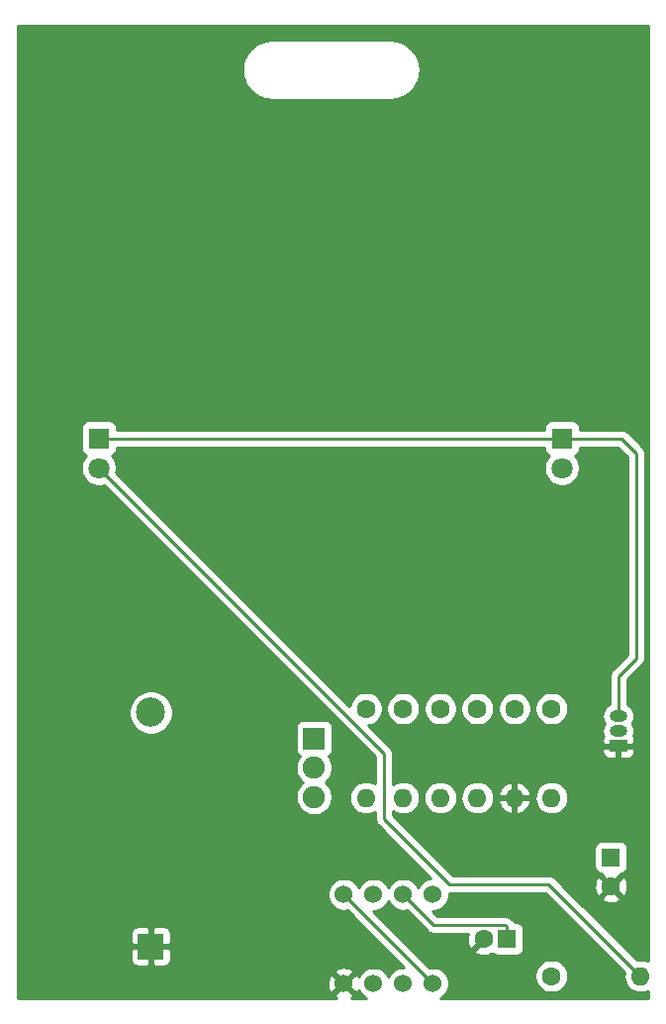
<source format=gbl>
G04 #@! TF.GenerationSoftware,KiCad,Pcbnew,(5.1.4-0-10_14)*
G04 #@! TF.CreationDate,2019-09-05T15:19:51-04:00*
G04 #@! TF.ProjectId,555_Badge,3535355f-4261-4646-9765-2e6b69636164,v01*
G04 #@! TF.SameCoordinates,Original*
G04 #@! TF.FileFunction,Copper,L2,Bot*
G04 #@! TF.FilePolarity,Positive*
%FSLAX46Y46*%
G04 Gerber Fmt 4.6, Leading zero omitted, Abs format (unit mm)*
G04 Created by KiCad (PCBNEW (5.1.4-0-10_14)) date 2019-09-05 15:19:51*
%MOMM*%
%LPD*%
G04 APERTURE LIST*
%ADD10R,2.170000X2.170000*%
%ADD11C,2.500000*%
%ADD12R,1.600000X1.600000*%
%ADD13C,1.600000*%
%ADD14R,1.800000X1.800000*%
%ADD15C,1.800000*%
%ADD16O,1.500000X1.000000*%
%ADD17R,1.500000X1.000000*%
%ADD18O,1.600000X1.600000*%
%ADD19R,1.900000X1.900000*%
%ADD20C,1.900000*%
%ADD21C,1.524000*%
%ADD22C,0.254000*%
G04 APERTURE END LIST*
D10*
X113665000Y-125730000D03*
D11*
X113665000Y-105730000D03*
D12*
X144145000Y-125095000D03*
D13*
X142145000Y-125095000D03*
D12*
X153035000Y-118110000D03*
D13*
X153035000Y-120610000D03*
D14*
X148844000Y-82296000D03*
D15*
X148844000Y-84836000D03*
X109220000Y-84836000D03*
D14*
X109220000Y-82296000D03*
D16*
X153670000Y-107315000D03*
X153670000Y-106045000D03*
D17*
X153670000Y-108585000D03*
D13*
X132080000Y-105410000D03*
D18*
X132080000Y-113030000D03*
X138430000Y-113030000D03*
D13*
X138430000Y-105410000D03*
X141605000Y-105410000D03*
D18*
X141605000Y-113030000D03*
X144780000Y-113030000D03*
D13*
X144780000Y-105410000D03*
X147955000Y-105410000D03*
D18*
X147955000Y-113030000D03*
D13*
X135255000Y-105410000D03*
D18*
X135255000Y-113030000D03*
X155575000Y-128270000D03*
D13*
X147955000Y-128270000D03*
D19*
X127635000Y-107950000D03*
D20*
X127635000Y-110450000D03*
X127635000Y-112950000D03*
D21*
X132715000Y-128905000D03*
X130175000Y-128905000D03*
X135255000Y-128905000D03*
X137795000Y-128905000D03*
X137795000Y-121285000D03*
X135255000Y-121285000D03*
X132715000Y-121285000D03*
X130175000Y-121285000D03*
D22*
X144145000Y-124041000D02*
X144145000Y-125095000D01*
X144017999Y-123913999D02*
X144145000Y-124041000D01*
X137883999Y-123913999D02*
X144017999Y-123913999D01*
X135255000Y-121285000D02*
X137883999Y-123913999D01*
X153420000Y-106045000D02*
X153670000Y-106045000D01*
X155194000Y-101092000D02*
X153670000Y-102616000D01*
X155194000Y-83566000D02*
X155194000Y-101092000D01*
X153924000Y-82296000D02*
X155194000Y-83566000D01*
X153670000Y-102616000D02*
X153670000Y-106045000D01*
X151384000Y-82296000D02*
X148844000Y-82296000D01*
X151130000Y-82296000D02*
X151384000Y-82296000D01*
X151384000Y-82296000D02*
X153924000Y-82296000D01*
X147690000Y-82296000D02*
X109220000Y-82296000D01*
X148844000Y-82296000D02*
X147690000Y-82296000D01*
X139192000Y-120396000D02*
X147701000Y-120396000D01*
X133604000Y-114808000D02*
X139192000Y-120396000D01*
X147701000Y-120396000D02*
X155575000Y-128270000D01*
X133604000Y-109220000D02*
X133604000Y-114808000D01*
X109220000Y-84836000D02*
X133604000Y-109220000D01*
X137795000Y-128905000D02*
X130175000Y-121285000D01*
G36*
X154173634Y-127946264D02*
G01*
X154160764Y-127988691D01*
X154133057Y-128270000D01*
X154160764Y-128551309D01*
X154242818Y-128821808D01*
X154376068Y-129071101D01*
X154555392Y-129289608D01*
X154773899Y-129468932D01*
X155023192Y-129602182D01*
X155293691Y-129684236D01*
X155504508Y-129705000D01*
X155645492Y-129705000D01*
X155856309Y-129684236D01*
X156126808Y-129602182D01*
X156197300Y-129564503D01*
X156197300Y-130162300D01*
X138410145Y-130162300D01*
X138456727Y-130143005D01*
X138685535Y-129990120D01*
X138880120Y-129795535D01*
X139033005Y-129566727D01*
X139138314Y-129312490D01*
X139192000Y-129042592D01*
X139192000Y-128767408D01*
X139138314Y-128497510D01*
X139033005Y-128243273D01*
X138956427Y-128128665D01*
X146520000Y-128128665D01*
X146520000Y-128411335D01*
X146575147Y-128688574D01*
X146683320Y-128949727D01*
X146840363Y-129184759D01*
X147040241Y-129384637D01*
X147275273Y-129541680D01*
X147536426Y-129649853D01*
X147813665Y-129705000D01*
X148096335Y-129705000D01*
X148373574Y-129649853D01*
X148634727Y-129541680D01*
X148869759Y-129384637D01*
X149069637Y-129184759D01*
X149226680Y-128949727D01*
X149334853Y-128688574D01*
X149390000Y-128411335D01*
X149390000Y-128128665D01*
X149334853Y-127851426D01*
X149226680Y-127590273D01*
X149069637Y-127355241D01*
X148869759Y-127155363D01*
X148634727Y-126998320D01*
X148373574Y-126890147D01*
X148096335Y-126835000D01*
X147813665Y-126835000D01*
X147536426Y-126890147D01*
X147275273Y-126998320D01*
X147040241Y-127155363D01*
X146840363Y-127355241D01*
X146683320Y-127590273D01*
X146575147Y-127851426D01*
X146520000Y-128128665D01*
X138956427Y-128128665D01*
X138880120Y-128014465D01*
X138685535Y-127819880D01*
X138456727Y-127666995D01*
X138202490Y-127561686D01*
X137932592Y-127508000D01*
X137657408Y-127508000D01*
X137505790Y-127538159D01*
X132649630Y-122682000D01*
X132852592Y-122682000D01*
X133122490Y-122628314D01*
X133376727Y-122523005D01*
X133605535Y-122370120D01*
X133800120Y-122175535D01*
X133953005Y-121946727D01*
X133985000Y-121869485D01*
X134016995Y-121946727D01*
X134169880Y-122175535D01*
X134364465Y-122370120D01*
X134593273Y-122523005D01*
X134847510Y-122628314D01*
X135117408Y-122682000D01*
X135392592Y-122682000D01*
X135544211Y-122651841D01*
X137318719Y-124426350D01*
X137342577Y-124455421D01*
X137458607Y-124550644D01*
X137590984Y-124621401D01*
X137734621Y-124664973D01*
X137846573Y-124675999D01*
X137846575Y-124675999D01*
X137883998Y-124679685D01*
X137921421Y-124675999D01*
X140770634Y-124675999D01*
X140718700Y-124883184D01*
X140704783Y-125165512D01*
X140746213Y-125445130D01*
X140841397Y-125711292D01*
X140908329Y-125836514D01*
X141152298Y-125908097D01*
X141965395Y-125095000D01*
X141951253Y-125080858D01*
X142130858Y-124901253D01*
X142145000Y-124915395D01*
X142159143Y-124901253D01*
X142338748Y-125080858D01*
X142324605Y-125095000D01*
X142338748Y-125109143D01*
X142159143Y-125288748D01*
X142145000Y-125274605D01*
X141331903Y-126087702D01*
X141403486Y-126331671D01*
X141658996Y-126452571D01*
X141933184Y-126521300D01*
X142215512Y-126535217D01*
X142495130Y-126493787D01*
X142761292Y-126398603D01*
X142883309Y-126333384D01*
X142893815Y-126346185D01*
X142990506Y-126425537D01*
X143100820Y-126484502D01*
X143220518Y-126520812D01*
X143345000Y-126533072D01*
X144945000Y-126533072D01*
X145069482Y-126520812D01*
X145189180Y-126484502D01*
X145299494Y-126425537D01*
X145396185Y-126346185D01*
X145475537Y-126249494D01*
X145534502Y-126139180D01*
X145570812Y-126019482D01*
X145583072Y-125895000D01*
X145583072Y-124295000D01*
X145570812Y-124170518D01*
X145534502Y-124050820D01*
X145475537Y-123940506D01*
X145396185Y-123843815D01*
X145299494Y-123764463D01*
X145189180Y-123705498D01*
X145069482Y-123669188D01*
X144945000Y-123656928D01*
X144803731Y-123656928D01*
X144781645Y-123615608D01*
X144686422Y-123499578D01*
X144657343Y-123475714D01*
X144583284Y-123401654D01*
X144559421Y-123372577D01*
X144443391Y-123277354D01*
X144311014Y-123206597D01*
X144167377Y-123163025D01*
X144055425Y-123151999D01*
X144055422Y-123151999D01*
X144017999Y-123148313D01*
X143980576Y-123151999D01*
X138199630Y-123151999D01*
X137729631Y-122682000D01*
X137932592Y-122682000D01*
X138202490Y-122628314D01*
X138456727Y-122523005D01*
X138685535Y-122370120D01*
X138880120Y-122175535D01*
X139033005Y-121946727D01*
X139138314Y-121692490D01*
X139192000Y-121422592D01*
X139192000Y-121161686D01*
X139229422Y-121158000D01*
X147385370Y-121158000D01*
X154173634Y-127946264D01*
X154173634Y-127946264D01*
G37*
X154173634Y-127946264D02*
X154160764Y-127988691D01*
X154133057Y-128270000D01*
X154160764Y-128551309D01*
X154242818Y-128821808D01*
X154376068Y-129071101D01*
X154555392Y-129289608D01*
X154773899Y-129468932D01*
X155023192Y-129602182D01*
X155293691Y-129684236D01*
X155504508Y-129705000D01*
X155645492Y-129705000D01*
X155856309Y-129684236D01*
X156126808Y-129602182D01*
X156197300Y-129564503D01*
X156197300Y-130162300D01*
X138410145Y-130162300D01*
X138456727Y-130143005D01*
X138685535Y-129990120D01*
X138880120Y-129795535D01*
X139033005Y-129566727D01*
X139138314Y-129312490D01*
X139192000Y-129042592D01*
X139192000Y-128767408D01*
X139138314Y-128497510D01*
X139033005Y-128243273D01*
X138956427Y-128128665D01*
X146520000Y-128128665D01*
X146520000Y-128411335D01*
X146575147Y-128688574D01*
X146683320Y-128949727D01*
X146840363Y-129184759D01*
X147040241Y-129384637D01*
X147275273Y-129541680D01*
X147536426Y-129649853D01*
X147813665Y-129705000D01*
X148096335Y-129705000D01*
X148373574Y-129649853D01*
X148634727Y-129541680D01*
X148869759Y-129384637D01*
X149069637Y-129184759D01*
X149226680Y-128949727D01*
X149334853Y-128688574D01*
X149390000Y-128411335D01*
X149390000Y-128128665D01*
X149334853Y-127851426D01*
X149226680Y-127590273D01*
X149069637Y-127355241D01*
X148869759Y-127155363D01*
X148634727Y-126998320D01*
X148373574Y-126890147D01*
X148096335Y-126835000D01*
X147813665Y-126835000D01*
X147536426Y-126890147D01*
X147275273Y-126998320D01*
X147040241Y-127155363D01*
X146840363Y-127355241D01*
X146683320Y-127590273D01*
X146575147Y-127851426D01*
X146520000Y-128128665D01*
X138956427Y-128128665D01*
X138880120Y-128014465D01*
X138685535Y-127819880D01*
X138456727Y-127666995D01*
X138202490Y-127561686D01*
X137932592Y-127508000D01*
X137657408Y-127508000D01*
X137505790Y-127538159D01*
X132649630Y-122682000D01*
X132852592Y-122682000D01*
X133122490Y-122628314D01*
X133376727Y-122523005D01*
X133605535Y-122370120D01*
X133800120Y-122175535D01*
X133953005Y-121946727D01*
X133985000Y-121869485D01*
X134016995Y-121946727D01*
X134169880Y-122175535D01*
X134364465Y-122370120D01*
X134593273Y-122523005D01*
X134847510Y-122628314D01*
X135117408Y-122682000D01*
X135392592Y-122682000D01*
X135544211Y-122651841D01*
X137318719Y-124426350D01*
X137342577Y-124455421D01*
X137458607Y-124550644D01*
X137590984Y-124621401D01*
X137734621Y-124664973D01*
X137846573Y-124675999D01*
X137846575Y-124675999D01*
X137883998Y-124679685D01*
X137921421Y-124675999D01*
X140770634Y-124675999D01*
X140718700Y-124883184D01*
X140704783Y-125165512D01*
X140746213Y-125445130D01*
X140841397Y-125711292D01*
X140908329Y-125836514D01*
X141152298Y-125908097D01*
X141965395Y-125095000D01*
X141951253Y-125080858D01*
X142130858Y-124901253D01*
X142145000Y-124915395D01*
X142159143Y-124901253D01*
X142338748Y-125080858D01*
X142324605Y-125095000D01*
X142338748Y-125109143D01*
X142159143Y-125288748D01*
X142145000Y-125274605D01*
X141331903Y-126087702D01*
X141403486Y-126331671D01*
X141658996Y-126452571D01*
X141933184Y-126521300D01*
X142215512Y-126535217D01*
X142495130Y-126493787D01*
X142761292Y-126398603D01*
X142883309Y-126333384D01*
X142893815Y-126346185D01*
X142990506Y-126425537D01*
X143100820Y-126484502D01*
X143220518Y-126520812D01*
X143345000Y-126533072D01*
X144945000Y-126533072D01*
X145069482Y-126520812D01*
X145189180Y-126484502D01*
X145299494Y-126425537D01*
X145396185Y-126346185D01*
X145475537Y-126249494D01*
X145534502Y-126139180D01*
X145570812Y-126019482D01*
X145583072Y-125895000D01*
X145583072Y-124295000D01*
X145570812Y-124170518D01*
X145534502Y-124050820D01*
X145475537Y-123940506D01*
X145396185Y-123843815D01*
X145299494Y-123764463D01*
X145189180Y-123705498D01*
X145069482Y-123669188D01*
X144945000Y-123656928D01*
X144803731Y-123656928D01*
X144781645Y-123615608D01*
X144686422Y-123499578D01*
X144657343Y-123475714D01*
X144583284Y-123401654D01*
X144559421Y-123372577D01*
X144443391Y-123277354D01*
X144311014Y-123206597D01*
X144167377Y-123163025D01*
X144055425Y-123151999D01*
X144055422Y-123151999D01*
X144017999Y-123148313D01*
X143980576Y-123151999D01*
X138199630Y-123151999D01*
X137729631Y-122682000D01*
X137932592Y-122682000D01*
X138202490Y-122628314D01*
X138456727Y-122523005D01*
X138685535Y-122370120D01*
X138880120Y-122175535D01*
X139033005Y-121946727D01*
X139138314Y-121692490D01*
X139192000Y-121422592D01*
X139192000Y-121161686D01*
X139229422Y-121158000D01*
X147385370Y-121158000D01*
X154173634Y-127946264D01*
G36*
X156197300Y-126975497D02*
G01*
X156126808Y-126937818D01*
X155856309Y-126855764D01*
X155645492Y-126835000D01*
X155504508Y-126835000D01*
X155293691Y-126855764D01*
X155251264Y-126868634D01*
X149985332Y-121602702D01*
X152221903Y-121602702D01*
X152293486Y-121846671D01*
X152548996Y-121967571D01*
X152823184Y-122036300D01*
X153105512Y-122050217D01*
X153385130Y-122008787D01*
X153651292Y-121913603D01*
X153776514Y-121846671D01*
X153848097Y-121602702D01*
X153035000Y-120789605D01*
X152221903Y-121602702D01*
X149985332Y-121602702D01*
X149063142Y-120680512D01*
X151594783Y-120680512D01*
X151636213Y-120960130D01*
X151731397Y-121226292D01*
X151798329Y-121351514D01*
X152042298Y-121423097D01*
X152855395Y-120610000D01*
X153214605Y-120610000D01*
X154027702Y-121423097D01*
X154271671Y-121351514D01*
X154392571Y-121096004D01*
X154461300Y-120821816D01*
X154475217Y-120539488D01*
X154433787Y-120259870D01*
X154338603Y-119993708D01*
X154271671Y-119868486D01*
X154027702Y-119796903D01*
X153214605Y-120610000D01*
X152855395Y-120610000D01*
X152042298Y-119796903D01*
X151798329Y-119868486D01*
X151677429Y-120123996D01*
X151608700Y-120398184D01*
X151594783Y-120680512D01*
X149063142Y-120680512D01*
X148266284Y-119883654D01*
X148242422Y-119854578D01*
X148126392Y-119759355D01*
X147994015Y-119688598D01*
X147850378Y-119645026D01*
X147738426Y-119634000D01*
X147738423Y-119634000D01*
X147701000Y-119630314D01*
X147663577Y-119634000D01*
X139507631Y-119634000D01*
X137183631Y-117310000D01*
X151596928Y-117310000D01*
X151596928Y-118910000D01*
X151609188Y-119034482D01*
X151645498Y-119154180D01*
X151704463Y-119264494D01*
X151783815Y-119361185D01*
X151880506Y-119440537D01*
X151990820Y-119499502D01*
X152110518Y-119535812D01*
X152235000Y-119548072D01*
X152242215Y-119548072D01*
X152221903Y-119617298D01*
X153035000Y-120430395D01*
X153848097Y-119617298D01*
X153827785Y-119548072D01*
X153835000Y-119548072D01*
X153959482Y-119535812D01*
X154079180Y-119499502D01*
X154189494Y-119440537D01*
X154286185Y-119361185D01*
X154365537Y-119264494D01*
X154424502Y-119154180D01*
X154460812Y-119034482D01*
X154473072Y-118910000D01*
X154473072Y-117310000D01*
X154460812Y-117185518D01*
X154424502Y-117065820D01*
X154365537Y-116955506D01*
X154286185Y-116858815D01*
X154189494Y-116779463D01*
X154079180Y-116720498D01*
X153959482Y-116684188D01*
X153835000Y-116671928D01*
X152235000Y-116671928D01*
X152110518Y-116684188D01*
X151990820Y-116720498D01*
X151880506Y-116779463D01*
X151783815Y-116858815D01*
X151704463Y-116955506D01*
X151645498Y-117065820D01*
X151609188Y-117185518D01*
X151596928Y-117310000D01*
X137183631Y-117310000D01*
X134366000Y-114492370D01*
X134366000Y-114156795D01*
X134453899Y-114228932D01*
X134703192Y-114362182D01*
X134973691Y-114444236D01*
X135184508Y-114465000D01*
X135325492Y-114465000D01*
X135536309Y-114444236D01*
X135806808Y-114362182D01*
X136056101Y-114228932D01*
X136274608Y-114049608D01*
X136453932Y-113831101D01*
X136587182Y-113581808D01*
X136669236Y-113311309D01*
X136696943Y-113030000D01*
X136988057Y-113030000D01*
X137015764Y-113311309D01*
X137097818Y-113581808D01*
X137231068Y-113831101D01*
X137410392Y-114049608D01*
X137628899Y-114228932D01*
X137878192Y-114362182D01*
X138148691Y-114444236D01*
X138359508Y-114465000D01*
X138500492Y-114465000D01*
X138711309Y-114444236D01*
X138981808Y-114362182D01*
X139231101Y-114228932D01*
X139449608Y-114049608D01*
X139628932Y-113831101D01*
X139762182Y-113581808D01*
X139844236Y-113311309D01*
X139871943Y-113030000D01*
X140163057Y-113030000D01*
X140190764Y-113311309D01*
X140272818Y-113581808D01*
X140406068Y-113831101D01*
X140585392Y-114049608D01*
X140803899Y-114228932D01*
X141053192Y-114362182D01*
X141323691Y-114444236D01*
X141534508Y-114465000D01*
X141675492Y-114465000D01*
X141886309Y-114444236D01*
X142156808Y-114362182D01*
X142406101Y-114228932D01*
X142624608Y-114049608D01*
X142803932Y-113831101D01*
X142937182Y-113581808D01*
X142998690Y-113379040D01*
X143388091Y-113379040D01*
X143482930Y-113643881D01*
X143627615Y-113885131D01*
X143816586Y-114093519D01*
X144042580Y-114261037D01*
X144296913Y-114381246D01*
X144430961Y-114421904D01*
X144653000Y-114299915D01*
X144653000Y-113157000D01*
X144907000Y-113157000D01*
X144907000Y-114299915D01*
X145129039Y-114421904D01*
X145263087Y-114381246D01*
X145517420Y-114261037D01*
X145743414Y-114093519D01*
X145932385Y-113885131D01*
X146077070Y-113643881D01*
X146171909Y-113379040D01*
X146050624Y-113157000D01*
X144907000Y-113157000D01*
X144653000Y-113157000D01*
X143509376Y-113157000D01*
X143388091Y-113379040D01*
X142998690Y-113379040D01*
X143019236Y-113311309D01*
X143046943Y-113030000D01*
X146513057Y-113030000D01*
X146540764Y-113311309D01*
X146622818Y-113581808D01*
X146756068Y-113831101D01*
X146935392Y-114049608D01*
X147153899Y-114228932D01*
X147403192Y-114362182D01*
X147673691Y-114444236D01*
X147884508Y-114465000D01*
X148025492Y-114465000D01*
X148236309Y-114444236D01*
X148506808Y-114362182D01*
X148756101Y-114228932D01*
X148974608Y-114049608D01*
X149153932Y-113831101D01*
X149287182Y-113581808D01*
X149369236Y-113311309D01*
X149396943Y-113030000D01*
X149369236Y-112748691D01*
X149287182Y-112478192D01*
X149153932Y-112228899D01*
X148974608Y-112010392D01*
X148756101Y-111831068D01*
X148506808Y-111697818D01*
X148236309Y-111615764D01*
X148025492Y-111595000D01*
X147884508Y-111595000D01*
X147673691Y-111615764D01*
X147403192Y-111697818D01*
X147153899Y-111831068D01*
X146935392Y-112010392D01*
X146756068Y-112228899D01*
X146622818Y-112478192D01*
X146540764Y-112748691D01*
X146513057Y-113030000D01*
X143046943Y-113030000D01*
X143019236Y-112748691D01*
X142998691Y-112680960D01*
X143388091Y-112680960D01*
X143509376Y-112903000D01*
X144653000Y-112903000D01*
X144653000Y-111760085D01*
X144907000Y-111760085D01*
X144907000Y-112903000D01*
X146050624Y-112903000D01*
X146171909Y-112680960D01*
X146077070Y-112416119D01*
X145932385Y-112174869D01*
X145743414Y-111966481D01*
X145517420Y-111798963D01*
X145263087Y-111678754D01*
X145129039Y-111638096D01*
X144907000Y-111760085D01*
X144653000Y-111760085D01*
X144430961Y-111638096D01*
X144296913Y-111678754D01*
X144042580Y-111798963D01*
X143816586Y-111966481D01*
X143627615Y-112174869D01*
X143482930Y-112416119D01*
X143388091Y-112680960D01*
X142998691Y-112680960D01*
X142937182Y-112478192D01*
X142803932Y-112228899D01*
X142624608Y-112010392D01*
X142406101Y-111831068D01*
X142156808Y-111697818D01*
X141886309Y-111615764D01*
X141675492Y-111595000D01*
X141534508Y-111595000D01*
X141323691Y-111615764D01*
X141053192Y-111697818D01*
X140803899Y-111831068D01*
X140585392Y-112010392D01*
X140406068Y-112228899D01*
X140272818Y-112478192D01*
X140190764Y-112748691D01*
X140163057Y-113030000D01*
X139871943Y-113030000D01*
X139844236Y-112748691D01*
X139762182Y-112478192D01*
X139628932Y-112228899D01*
X139449608Y-112010392D01*
X139231101Y-111831068D01*
X138981808Y-111697818D01*
X138711309Y-111615764D01*
X138500492Y-111595000D01*
X138359508Y-111595000D01*
X138148691Y-111615764D01*
X137878192Y-111697818D01*
X137628899Y-111831068D01*
X137410392Y-112010392D01*
X137231068Y-112228899D01*
X137097818Y-112478192D01*
X137015764Y-112748691D01*
X136988057Y-113030000D01*
X136696943Y-113030000D01*
X136669236Y-112748691D01*
X136587182Y-112478192D01*
X136453932Y-112228899D01*
X136274608Y-112010392D01*
X136056101Y-111831068D01*
X135806808Y-111697818D01*
X135536309Y-111615764D01*
X135325492Y-111595000D01*
X135184508Y-111595000D01*
X134973691Y-111615764D01*
X134703192Y-111697818D01*
X134453899Y-111831068D01*
X134366000Y-111903205D01*
X134366000Y-109257423D01*
X134369686Y-109220000D01*
X134366000Y-109182574D01*
X134356391Y-109085000D01*
X152281928Y-109085000D01*
X152294188Y-109209482D01*
X152330498Y-109329180D01*
X152389463Y-109439494D01*
X152468815Y-109536185D01*
X152565506Y-109615537D01*
X152675820Y-109674502D01*
X152795518Y-109710812D01*
X152920000Y-109723072D01*
X153384250Y-109720000D01*
X153543000Y-109561250D01*
X153543000Y-108712000D01*
X153797000Y-108712000D01*
X153797000Y-109561250D01*
X153955750Y-109720000D01*
X154420000Y-109723072D01*
X154544482Y-109710812D01*
X154664180Y-109674502D01*
X154774494Y-109615537D01*
X154871185Y-109536185D01*
X154950537Y-109439494D01*
X155009502Y-109329180D01*
X155045812Y-109209482D01*
X155058072Y-109085000D01*
X155055000Y-108870750D01*
X154896250Y-108712000D01*
X153797000Y-108712000D01*
X153543000Y-108712000D01*
X152443750Y-108712000D01*
X152285000Y-108870750D01*
X152281928Y-109085000D01*
X134356391Y-109085000D01*
X134354974Y-109070622D01*
X134311402Y-108926985D01*
X134240646Y-108794609D01*
X134240645Y-108794607D01*
X134205857Y-108752219D01*
X134145422Y-108678578D01*
X134116347Y-108654717D01*
X132292478Y-106830848D01*
X132498574Y-106789853D01*
X132759727Y-106681680D01*
X132994759Y-106524637D01*
X133194637Y-106324759D01*
X133351680Y-106089727D01*
X133459853Y-105828574D01*
X133515000Y-105551335D01*
X133515000Y-105268665D01*
X133820000Y-105268665D01*
X133820000Y-105551335D01*
X133875147Y-105828574D01*
X133983320Y-106089727D01*
X134140363Y-106324759D01*
X134340241Y-106524637D01*
X134575273Y-106681680D01*
X134836426Y-106789853D01*
X135113665Y-106845000D01*
X135396335Y-106845000D01*
X135673574Y-106789853D01*
X135934727Y-106681680D01*
X136169759Y-106524637D01*
X136369637Y-106324759D01*
X136526680Y-106089727D01*
X136634853Y-105828574D01*
X136690000Y-105551335D01*
X136690000Y-105268665D01*
X136995000Y-105268665D01*
X136995000Y-105551335D01*
X137050147Y-105828574D01*
X137158320Y-106089727D01*
X137315363Y-106324759D01*
X137515241Y-106524637D01*
X137750273Y-106681680D01*
X138011426Y-106789853D01*
X138288665Y-106845000D01*
X138571335Y-106845000D01*
X138848574Y-106789853D01*
X139109727Y-106681680D01*
X139344759Y-106524637D01*
X139544637Y-106324759D01*
X139701680Y-106089727D01*
X139809853Y-105828574D01*
X139865000Y-105551335D01*
X139865000Y-105268665D01*
X140170000Y-105268665D01*
X140170000Y-105551335D01*
X140225147Y-105828574D01*
X140333320Y-106089727D01*
X140490363Y-106324759D01*
X140690241Y-106524637D01*
X140925273Y-106681680D01*
X141186426Y-106789853D01*
X141463665Y-106845000D01*
X141746335Y-106845000D01*
X142023574Y-106789853D01*
X142284727Y-106681680D01*
X142519759Y-106524637D01*
X142719637Y-106324759D01*
X142876680Y-106089727D01*
X142984853Y-105828574D01*
X143040000Y-105551335D01*
X143040000Y-105268665D01*
X143345000Y-105268665D01*
X143345000Y-105551335D01*
X143400147Y-105828574D01*
X143508320Y-106089727D01*
X143665363Y-106324759D01*
X143865241Y-106524637D01*
X144100273Y-106681680D01*
X144361426Y-106789853D01*
X144638665Y-106845000D01*
X144921335Y-106845000D01*
X145198574Y-106789853D01*
X145459727Y-106681680D01*
X145694759Y-106524637D01*
X145894637Y-106324759D01*
X146051680Y-106089727D01*
X146159853Y-105828574D01*
X146215000Y-105551335D01*
X146215000Y-105268665D01*
X146520000Y-105268665D01*
X146520000Y-105551335D01*
X146575147Y-105828574D01*
X146683320Y-106089727D01*
X146840363Y-106324759D01*
X147040241Y-106524637D01*
X147275273Y-106681680D01*
X147536426Y-106789853D01*
X147813665Y-106845000D01*
X148096335Y-106845000D01*
X148373574Y-106789853D01*
X148634727Y-106681680D01*
X148869759Y-106524637D01*
X149069637Y-106324759D01*
X149226680Y-106089727D01*
X149334853Y-105828574D01*
X149390000Y-105551335D01*
X149390000Y-105268665D01*
X149334853Y-104991426D01*
X149226680Y-104730273D01*
X149069637Y-104495241D01*
X148869759Y-104295363D01*
X148634727Y-104138320D01*
X148373574Y-104030147D01*
X148096335Y-103975000D01*
X147813665Y-103975000D01*
X147536426Y-104030147D01*
X147275273Y-104138320D01*
X147040241Y-104295363D01*
X146840363Y-104495241D01*
X146683320Y-104730273D01*
X146575147Y-104991426D01*
X146520000Y-105268665D01*
X146215000Y-105268665D01*
X146159853Y-104991426D01*
X146051680Y-104730273D01*
X145894637Y-104495241D01*
X145694759Y-104295363D01*
X145459727Y-104138320D01*
X145198574Y-104030147D01*
X144921335Y-103975000D01*
X144638665Y-103975000D01*
X144361426Y-104030147D01*
X144100273Y-104138320D01*
X143865241Y-104295363D01*
X143665363Y-104495241D01*
X143508320Y-104730273D01*
X143400147Y-104991426D01*
X143345000Y-105268665D01*
X143040000Y-105268665D01*
X142984853Y-104991426D01*
X142876680Y-104730273D01*
X142719637Y-104495241D01*
X142519759Y-104295363D01*
X142284727Y-104138320D01*
X142023574Y-104030147D01*
X141746335Y-103975000D01*
X141463665Y-103975000D01*
X141186426Y-104030147D01*
X140925273Y-104138320D01*
X140690241Y-104295363D01*
X140490363Y-104495241D01*
X140333320Y-104730273D01*
X140225147Y-104991426D01*
X140170000Y-105268665D01*
X139865000Y-105268665D01*
X139809853Y-104991426D01*
X139701680Y-104730273D01*
X139544637Y-104495241D01*
X139344759Y-104295363D01*
X139109727Y-104138320D01*
X138848574Y-104030147D01*
X138571335Y-103975000D01*
X138288665Y-103975000D01*
X138011426Y-104030147D01*
X137750273Y-104138320D01*
X137515241Y-104295363D01*
X137315363Y-104495241D01*
X137158320Y-104730273D01*
X137050147Y-104991426D01*
X136995000Y-105268665D01*
X136690000Y-105268665D01*
X136634853Y-104991426D01*
X136526680Y-104730273D01*
X136369637Y-104495241D01*
X136169759Y-104295363D01*
X135934727Y-104138320D01*
X135673574Y-104030147D01*
X135396335Y-103975000D01*
X135113665Y-103975000D01*
X134836426Y-104030147D01*
X134575273Y-104138320D01*
X134340241Y-104295363D01*
X134140363Y-104495241D01*
X133983320Y-104730273D01*
X133875147Y-104991426D01*
X133820000Y-105268665D01*
X133515000Y-105268665D01*
X133459853Y-104991426D01*
X133351680Y-104730273D01*
X133194637Y-104495241D01*
X132994759Y-104295363D01*
X132759727Y-104138320D01*
X132498574Y-104030147D01*
X132221335Y-103975000D01*
X131938665Y-103975000D01*
X131661426Y-104030147D01*
X131400273Y-104138320D01*
X131165241Y-104295363D01*
X130965363Y-104495241D01*
X130808320Y-104730273D01*
X130700147Y-104991426D01*
X130659152Y-105197522D01*
X110704201Y-85242571D01*
X110755000Y-84987184D01*
X110755000Y-84684816D01*
X110696011Y-84388257D01*
X110580299Y-84108905D01*
X110412312Y-83857495D01*
X110345873Y-83791056D01*
X110364180Y-83785502D01*
X110474494Y-83726537D01*
X110571185Y-83647185D01*
X110650537Y-83550494D01*
X110709502Y-83440180D01*
X110745812Y-83320482D01*
X110758072Y-83196000D01*
X110758072Y-83058000D01*
X147305928Y-83058000D01*
X147305928Y-83196000D01*
X147318188Y-83320482D01*
X147354498Y-83440180D01*
X147413463Y-83550494D01*
X147492815Y-83647185D01*
X147589506Y-83726537D01*
X147699820Y-83785502D01*
X147718127Y-83791056D01*
X147651688Y-83857495D01*
X147483701Y-84108905D01*
X147367989Y-84388257D01*
X147309000Y-84684816D01*
X147309000Y-84987184D01*
X147367989Y-85283743D01*
X147483701Y-85563095D01*
X147651688Y-85814505D01*
X147865495Y-86028312D01*
X148116905Y-86196299D01*
X148396257Y-86312011D01*
X148692816Y-86371000D01*
X148995184Y-86371000D01*
X149291743Y-86312011D01*
X149571095Y-86196299D01*
X149822505Y-86028312D01*
X150036312Y-85814505D01*
X150204299Y-85563095D01*
X150320011Y-85283743D01*
X150379000Y-84987184D01*
X150379000Y-84684816D01*
X150320011Y-84388257D01*
X150204299Y-84108905D01*
X150036312Y-83857495D01*
X149969873Y-83791056D01*
X149988180Y-83785502D01*
X150098494Y-83726537D01*
X150195185Y-83647185D01*
X150274537Y-83550494D01*
X150333502Y-83440180D01*
X150369812Y-83320482D01*
X150382072Y-83196000D01*
X150382072Y-83058000D01*
X153608370Y-83058000D01*
X154432000Y-83881631D01*
X154432001Y-100776368D01*
X153157654Y-102050716D01*
X153128578Y-102074578D01*
X153072983Y-102142322D01*
X153033355Y-102190608D01*
X152995535Y-102261365D01*
X152962598Y-102322986D01*
X152919026Y-102466623D01*
X152908000Y-102578574D01*
X152904314Y-102616000D01*
X152908000Y-102653423D01*
X152908001Y-105031707D01*
X152786377Y-105096716D01*
X152613551Y-105238551D01*
X152471716Y-105411377D01*
X152366324Y-105608553D01*
X152301423Y-105822501D01*
X152279509Y-106045000D01*
X152301423Y-106267499D01*
X152366324Y-106481447D01*
X152471716Y-106678623D01*
X152472846Y-106680000D01*
X152471716Y-106681377D01*
X152366324Y-106878553D01*
X152301423Y-107092501D01*
X152279509Y-107315000D01*
X152301423Y-107537499D01*
X152366324Y-107751447D01*
X152372297Y-107762621D01*
X152330498Y-107840820D01*
X152294188Y-107960518D01*
X152281928Y-108085000D01*
X152285000Y-108299250D01*
X152443750Y-108458000D01*
X153543000Y-108458000D01*
X153543000Y-108450000D01*
X153797000Y-108450000D01*
X153797000Y-108458000D01*
X154896250Y-108458000D01*
X155055000Y-108299250D01*
X155058072Y-108085000D01*
X155045812Y-107960518D01*
X155009502Y-107840820D01*
X154967703Y-107762621D01*
X154973676Y-107751447D01*
X155038577Y-107537499D01*
X155060491Y-107315000D01*
X155038577Y-107092501D01*
X154973676Y-106878553D01*
X154868284Y-106681377D01*
X154867154Y-106680000D01*
X154868284Y-106678623D01*
X154973676Y-106481447D01*
X155038577Y-106267499D01*
X155060491Y-106045000D01*
X155038577Y-105822501D01*
X154973676Y-105608553D01*
X154868284Y-105411377D01*
X154726449Y-105238551D01*
X154553623Y-105096716D01*
X154432000Y-105031708D01*
X154432000Y-102931630D01*
X155706352Y-101657279D01*
X155735422Y-101633422D01*
X155830645Y-101517392D01*
X155901402Y-101385015D01*
X155944974Y-101241378D01*
X155956000Y-101129426D01*
X155956000Y-101129424D01*
X155959686Y-101092001D01*
X155956000Y-101054578D01*
X155956000Y-83603422D01*
X155959686Y-83565999D01*
X155956000Y-83528574D01*
X155944974Y-83416622D01*
X155901402Y-83272985D01*
X155830645Y-83140608D01*
X155735422Y-83024578D01*
X155706353Y-83000722D01*
X154489284Y-81783654D01*
X154465422Y-81754578D01*
X154349392Y-81659355D01*
X154217015Y-81588598D01*
X154073378Y-81545026D01*
X153961426Y-81534000D01*
X153961423Y-81534000D01*
X153924000Y-81530314D01*
X153886577Y-81534000D01*
X150382072Y-81534000D01*
X150382072Y-81396000D01*
X150369812Y-81271518D01*
X150333502Y-81151820D01*
X150274537Y-81041506D01*
X150195185Y-80944815D01*
X150098494Y-80865463D01*
X149988180Y-80806498D01*
X149868482Y-80770188D01*
X149744000Y-80757928D01*
X147944000Y-80757928D01*
X147819518Y-80770188D01*
X147699820Y-80806498D01*
X147589506Y-80865463D01*
X147492815Y-80944815D01*
X147413463Y-81041506D01*
X147354498Y-81151820D01*
X147318188Y-81271518D01*
X147305928Y-81396000D01*
X147305928Y-81534000D01*
X110758072Y-81534000D01*
X110758072Y-81396000D01*
X110745812Y-81271518D01*
X110709502Y-81151820D01*
X110650537Y-81041506D01*
X110571185Y-80944815D01*
X110474494Y-80865463D01*
X110364180Y-80806498D01*
X110244482Y-80770188D01*
X110120000Y-80757928D01*
X108320000Y-80757928D01*
X108195518Y-80770188D01*
X108075820Y-80806498D01*
X107965506Y-80865463D01*
X107868815Y-80944815D01*
X107789463Y-81041506D01*
X107730498Y-81151820D01*
X107694188Y-81271518D01*
X107681928Y-81396000D01*
X107681928Y-83196000D01*
X107694188Y-83320482D01*
X107730498Y-83440180D01*
X107789463Y-83550494D01*
X107868815Y-83647185D01*
X107965506Y-83726537D01*
X108075820Y-83785502D01*
X108094127Y-83791056D01*
X108027688Y-83857495D01*
X107859701Y-84108905D01*
X107743989Y-84388257D01*
X107685000Y-84684816D01*
X107685000Y-84987184D01*
X107743989Y-85283743D01*
X107859701Y-85563095D01*
X108027688Y-85814505D01*
X108241495Y-86028312D01*
X108492905Y-86196299D01*
X108772257Y-86312011D01*
X109068816Y-86371000D01*
X109371184Y-86371000D01*
X109626571Y-86320201D01*
X132842000Y-109535630D01*
X132842000Y-111810168D01*
X132631808Y-111697818D01*
X132361309Y-111615764D01*
X132150492Y-111595000D01*
X132009508Y-111595000D01*
X131798691Y-111615764D01*
X131528192Y-111697818D01*
X131278899Y-111831068D01*
X131060392Y-112010392D01*
X130881068Y-112228899D01*
X130747818Y-112478192D01*
X130665764Y-112748691D01*
X130638057Y-113030000D01*
X130665764Y-113311309D01*
X130747818Y-113581808D01*
X130881068Y-113831101D01*
X131060392Y-114049608D01*
X131278899Y-114228932D01*
X131528192Y-114362182D01*
X131798691Y-114444236D01*
X132009508Y-114465000D01*
X132150492Y-114465000D01*
X132361309Y-114444236D01*
X132631808Y-114362182D01*
X132842001Y-114249831D01*
X132842001Y-114770567D01*
X132838314Y-114808000D01*
X132853027Y-114957378D01*
X132896599Y-115101015D01*
X132967355Y-115233392D01*
X133038721Y-115320351D01*
X133062579Y-115349422D01*
X133091649Y-115373279D01*
X137614837Y-119896468D01*
X137387510Y-119941686D01*
X137133273Y-120046995D01*
X136904465Y-120199880D01*
X136709880Y-120394465D01*
X136556995Y-120623273D01*
X136525000Y-120700515D01*
X136493005Y-120623273D01*
X136340120Y-120394465D01*
X136145535Y-120199880D01*
X135916727Y-120046995D01*
X135662490Y-119941686D01*
X135392592Y-119888000D01*
X135117408Y-119888000D01*
X134847510Y-119941686D01*
X134593273Y-120046995D01*
X134364465Y-120199880D01*
X134169880Y-120394465D01*
X134016995Y-120623273D01*
X133985000Y-120700515D01*
X133953005Y-120623273D01*
X133800120Y-120394465D01*
X133605535Y-120199880D01*
X133376727Y-120046995D01*
X133122490Y-119941686D01*
X132852592Y-119888000D01*
X132577408Y-119888000D01*
X132307510Y-119941686D01*
X132053273Y-120046995D01*
X131824465Y-120199880D01*
X131629880Y-120394465D01*
X131476995Y-120623273D01*
X131445000Y-120700515D01*
X131413005Y-120623273D01*
X131260120Y-120394465D01*
X131065535Y-120199880D01*
X130836727Y-120046995D01*
X130582490Y-119941686D01*
X130312592Y-119888000D01*
X130037408Y-119888000D01*
X129767510Y-119941686D01*
X129513273Y-120046995D01*
X129284465Y-120199880D01*
X129089880Y-120394465D01*
X128936995Y-120623273D01*
X128831686Y-120877510D01*
X128778000Y-121147408D01*
X128778000Y-121422592D01*
X128831686Y-121692490D01*
X128936995Y-121946727D01*
X129089880Y-122175535D01*
X129284465Y-122370120D01*
X129513273Y-122523005D01*
X129767510Y-122628314D01*
X130037408Y-122682000D01*
X130312592Y-122682000D01*
X130464211Y-122651841D01*
X135320369Y-127508000D01*
X135117408Y-127508000D01*
X134847510Y-127561686D01*
X134593273Y-127666995D01*
X134364465Y-127819880D01*
X134169880Y-128014465D01*
X134016995Y-128243273D01*
X133985000Y-128320515D01*
X133953005Y-128243273D01*
X133800120Y-128014465D01*
X133605535Y-127819880D01*
X133376727Y-127666995D01*
X133122490Y-127561686D01*
X132852592Y-127508000D01*
X132577408Y-127508000D01*
X132307510Y-127561686D01*
X132053273Y-127666995D01*
X131824465Y-127819880D01*
X131629880Y-128014465D01*
X131476995Y-128243273D01*
X131447308Y-128314943D01*
X131442636Y-128301977D01*
X131380656Y-128186020D01*
X131140565Y-128119040D01*
X130354605Y-128905000D01*
X131140565Y-129690960D01*
X131380656Y-129623980D01*
X131444485Y-129488240D01*
X131476995Y-129566727D01*
X131629880Y-129795535D01*
X131824465Y-129990120D01*
X132053273Y-130143005D01*
X132099855Y-130162300D01*
X130797360Y-130162300D01*
X130893980Y-130110656D01*
X130960960Y-129870565D01*
X130175000Y-129084605D01*
X129389040Y-129870565D01*
X129456020Y-130110656D01*
X129565848Y-130162300D01*
X102247700Y-130162300D01*
X102247700Y-128977017D01*
X128773090Y-128977017D01*
X128814078Y-129249133D01*
X128907364Y-129508023D01*
X128969344Y-129623980D01*
X129209435Y-129690960D01*
X129995395Y-128905000D01*
X129209435Y-128119040D01*
X128969344Y-128186020D01*
X128852244Y-128435048D01*
X128785977Y-128702135D01*
X128773090Y-128977017D01*
X102247700Y-128977017D01*
X102247700Y-127939435D01*
X129389040Y-127939435D01*
X130175000Y-128725395D01*
X130960960Y-127939435D01*
X130893980Y-127699344D01*
X130644952Y-127582244D01*
X130377865Y-127515977D01*
X130102983Y-127503090D01*
X129830867Y-127544078D01*
X129571977Y-127637364D01*
X129456020Y-127699344D01*
X129389040Y-127939435D01*
X102247700Y-127939435D01*
X102247700Y-126815000D01*
X111941928Y-126815000D01*
X111954188Y-126939482D01*
X111990498Y-127059180D01*
X112049463Y-127169494D01*
X112128815Y-127266185D01*
X112225506Y-127345537D01*
X112335820Y-127404502D01*
X112455518Y-127440812D01*
X112580000Y-127453072D01*
X113379250Y-127450000D01*
X113538000Y-127291250D01*
X113538000Y-125857000D01*
X113792000Y-125857000D01*
X113792000Y-127291250D01*
X113950750Y-127450000D01*
X114750000Y-127453072D01*
X114874482Y-127440812D01*
X114994180Y-127404502D01*
X115104494Y-127345537D01*
X115201185Y-127266185D01*
X115280537Y-127169494D01*
X115339502Y-127059180D01*
X115375812Y-126939482D01*
X115388072Y-126815000D01*
X115385000Y-126015750D01*
X115226250Y-125857000D01*
X113792000Y-125857000D01*
X113538000Y-125857000D01*
X112103750Y-125857000D01*
X111945000Y-126015750D01*
X111941928Y-126815000D01*
X102247700Y-126815000D01*
X102247700Y-124645000D01*
X111941928Y-124645000D01*
X111945000Y-125444250D01*
X112103750Y-125603000D01*
X113538000Y-125603000D01*
X113538000Y-124168750D01*
X113792000Y-124168750D01*
X113792000Y-125603000D01*
X115226250Y-125603000D01*
X115385000Y-125444250D01*
X115388072Y-124645000D01*
X115375812Y-124520518D01*
X115339502Y-124400820D01*
X115280537Y-124290506D01*
X115201185Y-124193815D01*
X115104494Y-124114463D01*
X114994180Y-124055498D01*
X114874482Y-124019188D01*
X114750000Y-124006928D01*
X113950750Y-124010000D01*
X113792000Y-124168750D01*
X113538000Y-124168750D01*
X113379250Y-124010000D01*
X112580000Y-124006928D01*
X112455518Y-124019188D01*
X112335820Y-124055498D01*
X112225506Y-124114463D01*
X112128815Y-124193815D01*
X112049463Y-124290506D01*
X111990498Y-124400820D01*
X111954188Y-124520518D01*
X111941928Y-124645000D01*
X102247700Y-124645000D01*
X102247700Y-105544344D01*
X111780000Y-105544344D01*
X111780000Y-105915656D01*
X111852439Y-106279834D01*
X111994534Y-106622882D01*
X112200825Y-106931618D01*
X112463382Y-107194175D01*
X112772118Y-107400466D01*
X113115166Y-107542561D01*
X113479344Y-107615000D01*
X113850656Y-107615000D01*
X114214834Y-107542561D01*
X114557882Y-107400466D01*
X114866618Y-107194175D01*
X115060793Y-107000000D01*
X126046928Y-107000000D01*
X126046928Y-108900000D01*
X126059188Y-109024482D01*
X126095498Y-109144180D01*
X126154463Y-109254494D01*
X126233815Y-109351185D01*
X126330506Y-109430537D01*
X126389021Y-109461814D01*
X126230391Y-109699221D01*
X126110911Y-109987673D01*
X126050000Y-110293891D01*
X126050000Y-110606109D01*
X126110911Y-110912327D01*
X126230391Y-111200779D01*
X126403850Y-111460379D01*
X126624621Y-111681150D01*
X126652832Y-111700000D01*
X126624621Y-111718850D01*
X126403850Y-111939621D01*
X126230391Y-112199221D01*
X126110911Y-112487673D01*
X126050000Y-112793891D01*
X126050000Y-113106109D01*
X126110911Y-113412327D01*
X126230391Y-113700779D01*
X126403850Y-113960379D01*
X126624621Y-114181150D01*
X126884221Y-114354609D01*
X127172673Y-114474089D01*
X127478891Y-114535000D01*
X127791109Y-114535000D01*
X128097327Y-114474089D01*
X128385779Y-114354609D01*
X128645379Y-114181150D01*
X128866150Y-113960379D01*
X129039609Y-113700779D01*
X129159089Y-113412327D01*
X129220000Y-113106109D01*
X129220000Y-112793891D01*
X129159089Y-112487673D01*
X129039609Y-112199221D01*
X128866150Y-111939621D01*
X128645379Y-111718850D01*
X128617168Y-111700000D01*
X128645379Y-111681150D01*
X128866150Y-111460379D01*
X129039609Y-111200779D01*
X129159089Y-110912327D01*
X129220000Y-110606109D01*
X129220000Y-110293891D01*
X129159089Y-109987673D01*
X129039609Y-109699221D01*
X128880979Y-109461814D01*
X128939494Y-109430537D01*
X129036185Y-109351185D01*
X129115537Y-109254494D01*
X129174502Y-109144180D01*
X129210812Y-109024482D01*
X129223072Y-108900000D01*
X129223072Y-107000000D01*
X129210812Y-106875518D01*
X129174502Y-106755820D01*
X129115537Y-106645506D01*
X129036185Y-106548815D01*
X128939494Y-106469463D01*
X128829180Y-106410498D01*
X128709482Y-106374188D01*
X128585000Y-106361928D01*
X126685000Y-106361928D01*
X126560518Y-106374188D01*
X126440820Y-106410498D01*
X126330506Y-106469463D01*
X126233815Y-106548815D01*
X126154463Y-106645506D01*
X126095498Y-106755820D01*
X126059188Y-106875518D01*
X126046928Y-107000000D01*
X115060793Y-107000000D01*
X115129175Y-106931618D01*
X115335466Y-106622882D01*
X115477561Y-106279834D01*
X115550000Y-105915656D01*
X115550000Y-105544344D01*
X115477561Y-105180166D01*
X115335466Y-104837118D01*
X115129175Y-104528382D01*
X114866618Y-104265825D01*
X114557882Y-104059534D01*
X114214834Y-103917439D01*
X113850656Y-103845000D01*
X113479344Y-103845000D01*
X113115166Y-103917439D01*
X112772118Y-104059534D01*
X112463382Y-104265825D01*
X112200825Y-104528382D01*
X111994534Y-104837118D01*
X111852439Y-105180166D01*
X111780000Y-105544344D01*
X102247700Y-105544344D01*
X102247700Y-50754595D01*
X121465512Y-50754595D01*
X121465922Y-50813299D01*
X121465512Y-50872003D01*
X121466394Y-50881003D01*
X121505257Y-51250757D01*
X121517063Y-51308274D01*
X121528061Y-51365926D01*
X121530675Y-51374584D01*
X121640617Y-51729747D01*
X121663374Y-51783883D01*
X121685357Y-51838293D01*
X121689602Y-51846278D01*
X121866434Y-52173323D01*
X121899266Y-52221999D01*
X121931406Y-52271114D01*
X121937122Y-52278122D01*
X122174111Y-52564592D01*
X122215767Y-52605958D01*
X122256838Y-52647899D01*
X122263806Y-52653663D01*
X122551923Y-52888646D01*
X122600836Y-52921144D01*
X122649258Y-52954299D01*
X122657208Y-52958597D01*
X122657212Y-52958600D01*
X122657216Y-52958602D01*
X122985485Y-53133145D01*
X123039761Y-53155516D01*
X123093715Y-53178642D01*
X123102352Y-53181315D01*
X123102356Y-53181317D01*
X123102360Y-53181318D01*
X123458277Y-53288775D01*
X123515838Y-53300173D01*
X123573287Y-53312384D01*
X123582278Y-53313329D01*
X123582280Y-53313329D01*
X123952296Y-53349609D01*
X123952309Y-53349609D01*
X123983691Y-53352700D01*
X134207309Y-53352700D01*
X134240580Y-53349423D01*
X134265303Y-53349423D01*
X134274296Y-53348478D01*
X134643770Y-53307035D01*
X134701210Y-53294826D01*
X134758778Y-53283427D01*
X134767417Y-53280753D01*
X135121804Y-53168335D01*
X135175793Y-53145195D01*
X135230036Y-53122838D01*
X135237991Y-53118537D01*
X135563794Y-52939425D01*
X135612240Y-52906253D01*
X135661127Y-52873773D01*
X135668090Y-52868012D01*
X135668096Y-52868008D01*
X135668101Y-52868003D01*
X135952903Y-52629026D01*
X135993970Y-52587090D01*
X136035632Y-52545719D01*
X136041347Y-52538711D01*
X136274313Y-52248960D01*
X136306462Y-52199832D01*
X136339285Y-52151170D01*
X136343530Y-52143185D01*
X136515779Y-51813703D01*
X136537782Y-51759243D01*
X136560519Y-51705156D01*
X136563133Y-51696498D01*
X136668105Y-51339833D01*
X136679111Y-51282137D01*
X136690909Y-51224665D01*
X136691790Y-51215672D01*
X136691792Y-51215663D01*
X136691792Y-51215655D01*
X136725488Y-50845405D01*
X136725078Y-50786701D01*
X136725488Y-50727998D01*
X136724606Y-50718998D01*
X136685743Y-50349243D01*
X136673930Y-50291696D01*
X136662938Y-50234073D01*
X136660325Y-50225416D01*
X136550383Y-49870252D01*
X136527614Y-49816088D01*
X136505643Y-49761706D01*
X136501398Y-49753722D01*
X136324566Y-49426677D01*
X136291734Y-49378001D01*
X136259594Y-49328886D01*
X136253878Y-49321878D01*
X136016889Y-49035408D01*
X135975233Y-48994042D01*
X135934162Y-48952101D01*
X135927194Y-48946337D01*
X135639077Y-48711354D01*
X135590164Y-48678856D01*
X135541742Y-48645701D01*
X135533792Y-48641403D01*
X135533788Y-48641400D01*
X135533784Y-48641398D01*
X135205515Y-48466855D01*
X135151253Y-48444490D01*
X135097284Y-48421358D01*
X135088645Y-48418684D01*
X134732723Y-48311224D01*
X134675126Y-48299819D01*
X134617713Y-48287616D01*
X134608723Y-48286671D01*
X134608719Y-48286671D01*
X134238704Y-48250391D01*
X134238691Y-48250391D01*
X134207309Y-48247300D01*
X123983691Y-48247300D01*
X123950420Y-48250577D01*
X123925697Y-48250577D01*
X123916704Y-48251522D01*
X123547230Y-48292965D01*
X123489765Y-48305180D01*
X123432222Y-48316573D01*
X123423583Y-48319247D01*
X123069196Y-48431665D01*
X123015220Y-48454799D01*
X122960963Y-48477162D01*
X122953009Y-48481463D01*
X122627206Y-48660575D01*
X122578777Y-48693735D01*
X122529872Y-48726227D01*
X122522910Y-48731988D01*
X122522904Y-48731992D01*
X122522899Y-48731997D01*
X122238097Y-48970974D01*
X122197011Y-49012929D01*
X122155368Y-49054282D01*
X122149658Y-49061284D01*
X122149653Y-49061289D01*
X122149649Y-49061294D01*
X121916687Y-49351040D01*
X121884542Y-49400163D01*
X121851715Y-49448831D01*
X121847473Y-49456811D01*
X121847470Y-49456815D01*
X121847470Y-49456816D01*
X121675221Y-49786297D01*
X121653222Y-49840745D01*
X121630481Y-49894844D01*
X121627867Y-49903501D01*
X121522895Y-50260167D01*
X121511889Y-50317863D01*
X121500091Y-50375335D01*
X121499210Y-50384328D01*
X121499208Y-50384337D01*
X121499208Y-50384345D01*
X121465512Y-50754595D01*
X102247700Y-50754595D01*
X102247700Y-47002700D01*
X156197301Y-47002700D01*
X156197300Y-126975497D01*
X156197300Y-126975497D01*
G37*
X156197300Y-126975497D02*
X156126808Y-126937818D01*
X155856309Y-126855764D01*
X155645492Y-126835000D01*
X155504508Y-126835000D01*
X155293691Y-126855764D01*
X155251264Y-126868634D01*
X149985332Y-121602702D01*
X152221903Y-121602702D01*
X152293486Y-121846671D01*
X152548996Y-121967571D01*
X152823184Y-122036300D01*
X153105512Y-122050217D01*
X153385130Y-122008787D01*
X153651292Y-121913603D01*
X153776514Y-121846671D01*
X153848097Y-121602702D01*
X153035000Y-120789605D01*
X152221903Y-121602702D01*
X149985332Y-121602702D01*
X149063142Y-120680512D01*
X151594783Y-120680512D01*
X151636213Y-120960130D01*
X151731397Y-121226292D01*
X151798329Y-121351514D01*
X152042298Y-121423097D01*
X152855395Y-120610000D01*
X153214605Y-120610000D01*
X154027702Y-121423097D01*
X154271671Y-121351514D01*
X154392571Y-121096004D01*
X154461300Y-120821816D01*
X154475217Y-120539488D01*
X154433787Y-120259870D01*
X154338603Y-119993708D01*
X154271671Y-119868486D01*
X154027702Y-119796903D01*
X153214605Y-120610000D01*
X152855395Y-120610000D01*
X152042298Y-119796903D01*
X151798329Y-119868486D01*
X151677429Y-120123996D01*
X151608700Y-120398184D01*
X151594783Y-120680512D01*
X149063142Y-120680512D01*
X148266284Y-119883654D01*
X148242422Y-119854578D01*
X148126392Y-119759355D01*
X147994015Y-119688598D01*
X147850378Y-119645026D01*
X147738426Y-119634000D01*
X147738423Y-119634000D01*
X147701000Y-119630314D01*
X147663577Y-119634000D01*
X139507631Y-119634000D01*
X137183631Y-117310000D01*
X151596928Y-117310000D01*
X151596928Y-118910000D01*
X151609188Y-119034482D01*
X151645498Y-119154180D01*
X151704463Y-119264494D01*
X151783815Y-119361185D01*
X151880506Y-119440537D01*
X151990820Y-119499502D01*
X152110518Y-119535812D01*
X152235000Y-119548072D01*
X152242215Y-119548072D01*
X152221903Y-119617298D01*
X153035000Y-120430395D01*
X153848097Y-119617298D01*
X153827785Y-119548072D01*
X153835000Y-119548072D01*
X153959482Y-119535812D01*
X154079180Y-119499502D01*
X154189494Y-119440537D01*
X154286185Y-119361185D01*
X154365537Y-119264494D01*
X154424502Y-119154180D01*
X154460812Y-119034482D01*
X154473072Y-118910000D01*
X154473072Y-117310000D01*
X154460812Y-117185518D01*
X154424502Y-117065820D01*
X154365537Y-116955506D01*
X154286185Y-116858815D01*
X154189494Y-116779463D01*
X154079180Y-116720498D01*
X153959482Y-116684188D01*
X153835000Y-116671928D01*
X152235000Y-116671928D01*
X152110518Y-116684188D01*
X151990820Y-116720498D01*
X151880506Y-116779463D01*
X151783815Y-116858815D01*
X151704463Y-116955506D01*
X151645498Y-117065820D01*
X151609188Y-117185518D01*
X151596928Y-117310000D01*
X137183631Y-117310000D01*
X134366000Y-114492370D01*
X134366000Y-114156795D01*
X134453899Y-114228932D01*
X134703192Y-114362182D01*
X134973691Y-114444236D01*
X135184508Y-114465000D01*
X135325492Y-114465000D01*
X135536309Y-114444236D01*
X135806808Y-114362182D01*
X136056101Y-114228932D01*
X136274608Y-114049608D01*
X136453932Y-113831101D01*
X136587182Y-113581808D01*
X136669236Y-113311309D01*
X136696943Y-113030000D01*
X136988057Y-113030000D01*
X137015764Y-113311309D01*
X137097818Y-113581808D01*
X137231068Y-113831101D01*
X137410392Y-114049608D01*
X137628899Y-114228932D01*
X137878192Y-114362182D01*
X138148691Y-114444236D01*
X138359508Y-114465000D01*
X138500492Y-114465000D01*
X138711309Y-114444236D01*
X138981808Y-114362182D01*
X139231101Y-114228932D01*
X139449608Y-114049608D01*
X139628932Y-113831101D01*
X139762182Y-113581808D01*
X139844236Y-113311309D01*
X139871943Y-113030000D01*
X140163057Y-113030000D01*
X140190764Y-113311309D01*
X140272818Y-113581808D01*
X140406068Y-113831101D01*
X140585392Y-114049608D01*
X140803899Y-114228932D01*
X141053192Y-114362182D01*
X141323691Y-114444236D01*
X141534508Y-114465000D01*
X141675492Y-114465000D01*
X141886309Y-114444236D01*
X142156808Y-114362182D01*
X142406101Y-114228932D01*
X142624608Y-114049608D01*
X142803932Y-113831101D01*
X142937182Y-113581808D01*
X142998690Y-113379040D01*
X143388091Y-113379040D01*
X143482930Y-113643881D01*
X143627615Y-113885131D01*
X143816586Y-114093519D01*
X144042580Y-114261037D01*
X144296913Y-114381246D01*
X144430961Y-114421904D01*
X144653000Y-114299915D01*
X144653000Y-113157000D01*
X144907000Y-113157000D01*
X144907000Y-114299915D01*
X145129039Y-114421904D01*
X145263087Y-114381246D01*
X145517420Y-114261037D01*
X145743414Y-114093519D01*
X145932385Y-113885131D01*
X146077070Y-113643881D01*
X146171909Y-113379040D01*
X146050624Y-113157000D01*
X144907000Y-113157000D01*
X144653000Y-113157000D01*
X143509376Y-113157000D01*
X143388091Y-113379040D01*
X142998690Y-113379040D01*
X143019236Y-113311309D01*
X143046943Y-113030000D01*
X146513057Y-113030000D01*
X146540764Y-113311309D01*
X146622818Y-113581808D01*
X146756068Y-113831101D01*
X146935392Y-114049608D01*
X147153899Y-114228932D01*
X147403192Y-114362182D01*
X147673691Y-114444236D01*
X147884508Y-114465000D01*
X148025492Y-114465000D01*
X148236309Y-114444236D01*
X148506808Y-114362182D01*
X148756101Y-114228932D01*
X148974608Y-114049608D01*
X149153932Y-113831101D01*
X149287182Y-113581808D01*
X149369236Y-113311309D01*
X149396943Y-113030000D01*
X149369236Y-112748691D01*
X149287182Y-112478192D01*
X149153932Y-112228899D01*
X148974608Y-112010392D01*
X148756101Y-111831068D01*
X148506808Y-111697818D01*
X148236309Y-111615764D01*
X148025492Y-111595000D01*
X147884508Y-111595000D01*
X147673691Y-111615764D01*
X147403192Y-111697818D01*
X147153899Y-111831068D01*
X146935392Y-112010392D01*
X146756068Y-112228899D01*
X146622818Y-112478192D01*
X146540764Y-112748691D01*
X146513057Y-113030000D01*
X143046943Y-113030000D01*
X143019236Y-112748691D01*
X142998691Y-112680960D01*
X143388091Y-112680960D01*
X143509376Y-112903000D01*
X144653000Y-112903000D01*
X144653000Y-111760085D01*
X144907000Y-111760085D01*
X144907000Y-112903000D01*
X146050624Y-112903000D01*
X146171909Y-112680960D01*
X146077070Y-112416119D01*
X145932385Y-112174869D01*
X145743414Y-111966481D01*
X145517420Y-111798963D01*
X145263087Y-111678754D01*
X145129039Y-111638096D01*
X144907000Y-111760085D01*
X144653000Y-111760085D01*
X144430961Y-111638096D01*
X144296913Y-111678754D01*
X144042580Y-111798963D01*
X143816586Y-111966481D01*
X143627615Y-112174869D01*
X143482930Y-112416119D01*
X143388091Y-112680960D01*
X142998691Y-112680960D01*
X142937182Y-112478192D01*
X142803932Y-112228899D01*
X142624608Y-112010392D01*
X142406101Y-111831068D01*
X142156808Y-111697818D01*
X141886309Y-111615764D01*
X141675492Y-111595000D01*
X141534508Y-111595000D01*
X141323691Y-111615764D01*
X141053192Y-111697818D01*
X140803899Y-111831068D01*
X140585392Y-112010392D01*
X140406068Y-112228899D01*
X140272818Y-112478192D01*
X140190764Y-112748691D01*
X140163057Y-113030000D01*
X139871943Y-113030000D01*
X139844236Y-112748691D01*
X139762182Y-112478192D01*
X139628932Y-112228899D01*
X139449608Y-112010392D01*
X139231101Y-111831068D01*
X138981808Y-111697818D01*
X138711309Y-111615764D01*
X138500492Y-111595000D01*
X138359508Y-111595000D01*
X138148691Y-111615764D01*
X137878192Y-111697818D01*
X137628899Y-111831068D01*
X137410392Y-112010392D01*
X137231068Y-112228899D01*
X137097818Y-112478192D01*
X137015764Y-112748691D01*
X136988057Y-113030000D01*
X136696943Y-113030000D01*
X136669236Y-112748691D01*
X136587182Y-112478192D01*
X136453932Y-112228899D01*
X136274608Y-112010392D01*
X136056101Y-111831068D01*
X135806808Y-111697818D01*
X135536309Y-111615764D01*
X135325492Y-111595000D01*
X135184508Y-111595000D01*
X134973691Y-111615764D01*
X134703192Y-111697818D01*
X134453899Y-111831068D01*
X134366000Y-111903205D01*
X134366000Y-109257423D01*
X134369686Y-109220000D01*
X134366000Y-109182574D01*
X134356391Y-109085000D01*
X152281928Y-109085000D01*
X152294188Y-109209482D01*
X152330498Y-109329180D01*
X152389463Y-109439494D01*
X152468815Y-109536185D01*
X152565506Y-109615537D01*
X152675820Y-109674502D01*
X152795518Y-109710812D01*
X152920000Y-109723072D01*
X153384250Y-109720000D01*
X153543000Y-109561250D01*
X153543000Y-108712000D01*
X153797000Y-108712000D01*
X153797000Y-109561250D01*
X153955750Y-109720000D01*
X154420000Y-109723072D01*
X154544482Y-109710812D01*
X154664180Y-109674502D01*
X154774494Y-109615537D01*
X154871185Y-109536185D01*
X154950537Y-109439494D01*
X155009502Y-109329180D01*
X155045812Y-109209482D01*
X155058072Y-109085000D01*
X155055000Y-108870750D01*
X154896250Y-108712000D01*
X153797000Y-108712000D01*
X153543000Y-108712000D01*
X152443750Y-108712000D01*
X152285000Y-108870750D01*
X152281928Y-109085000D01*
X134356391Y-109085000D01*
X134354974Y-109070622D01*
X134311402Y-108926985D01*
X134240646Y-108794609D01*
X134240645Y-108794607D01*
X134205857Y-108752219D01*
X134145422Y-108678578D01*
X134116347Y-108654717D01*
X132292478Y-106830848D01*
X132498574Y-106789853D01*
X132759727Y-106681680D01*
X132994759Y-106524637D01*
X133194637Y-106324759D01*
X133351680Y-106089727D01*
X133459853Y-105828574D01*
X133515000Y-105551335D01*
X133515000Y-105268665D01*
X133820000Y-105268665D01*
X133820000Y-105551335D01*
X133875147Y-105828574D01*
X133983320Y-106089727D01*
X134140363Y-106324759D01*
X134340241Y-106524637D01*
X134575273Y-106681680D01*
X134836426Y-106789853D01*
X135113665Y-106845000D01*
X135396335Y-106845000D01*
X135673574Y-106789853D01*
X135934727Y-106681680D01*
X136169759Y-106524637D01*
X136369637Y-106324759D01*
X136526680Y-106089727D01*
X136634853Y-105828574D01*
X136690000Y-105551335D01*
X136690000Y-105268665D01*
X136995000Y-105268665D01*
X136995000Y-105551335D01*
X137050147Y-105828574D01*
X137158320Y-106089727D01*
X137315363Y-106324759D01*
X137515241Y-106524637D01*
X137750273Y-106681680D01*
X138011426Y-106789853D01*
X138288665Y-106845000D01*
X138571335Y-106845000D01*
X138848574Y-106789853D01*
X139109727Y-106681680D01*
X139344759Y-106524637D01*
X139544637Y-106324759D01*
X139701680Y-106089727D01*
X139809853Y-105828574D01*
X139865000Y-105551335D01*
X139865000Y-105268665D01*
X140170000Y-105268665D01*
X140170000Y-105551335D01*
X140225147Y-105828574D01*
X140333320Y-106089727D01*
X140490363Y-106324759D01*
X140690241Y-106524637D01*
X140925273Y-106681680D01*
X141186426Y-106789853D01*
X141463665Y-106845000D01*
X141746335Y-106845000D01*
X142023574Y-106789853D01*
X142284727Y-106681680D01*
X142519759Y-106524637D01*
X142719637Y-106324759D01*
X142876680Y-106089727D01*
X142984853Y-105828574D01*
X143040000Y-105551335D01*
X143040000Y-105268665D01*
X143345000Y-105268665D01*
X143345000Y-105551335D01*
X143400147Y-105828574D01*
X143508320Y-106089727D01*
X143665363Y-106324759D01*
X143865241Y-106524637D01*
X144100273Y-106681680D01*
X144361426Y-106789853D01*
X144638665Y-106845000D01*
X144921335Y-106845000D01*
X145198574Y-106789853D01*
X145459727Y-106681680D01*
X145694759Y-106524637D01*
X145894637Y-106324759D01*
X146051680Y-106089727D01*
X146159853Y-105828574D01*
X146215000Y-105551335D01*
X146215000Y-105268665D01*
X146520000Y-105268665D01*
X146520000Y-105551335D01*
X146575147Y-105828574D01*
X146683320Y-106089727D01*
X146840363Y-106324759D01*
X147040241Y-106524637D01*
X147275273Y-106681680D01*
X147536426Y-106789853D01*
X147813665Y-106845000D01*
X148096335Y-106845000D01*
X148373574Y-106789853D01*
X148634727Y-106681680D01*
X148869759Y-106524637D01*
X149069637Y-106324759D01*
X149226680Y-106089727D01*
X149334853Y-105828574D01*
X149390000Y-105551335D01*
X149390000Y-105268665D01*
X149334853Y-104991426D01*
X149226680Y-104730273D01*
X149069637Y-104495241D01*
X148869759Y-104295363D01*
X148634727Y-104138320D01*
X148373574Y-104030147D01*
X148096335Y-103975000D01*
X147813665Y-103975000D01*
X147536426Y-104030147D01*
X147275273Y-104138320D01*
X147040241Y-104295363D01*
X146840363Y-104495241D01*
X146683320Y-104730273D01*
X146575147Y-104991426D01*
X146520000Y-105268665D01*
X146215000Y-105268665D01*
X146159853Y-104991426D01*
X146051680Y-104730273D01*
X145894637Y-104495241D01*
X145694759Y-104295363D01*
X145459727Y-104138320D01*
X145198574Y-104030147D01*
X144921335Y-103975000D01*
X144638665Y-103975000D01*
X144361426Y-104030147D01*
X144100273Y-104138320D01*
X143865241Y-104295363D01*
X143665363Y-104495241D01*
X143508320Y-104730273D01*
X143400147Y-104991426D01*
X143345000Y-105268665D01*
X143040000Y-105268665D01*
X142984853Y-104991426D01*
X142876680Y-104730273D01*
X142719637Y-104495241D01*
X142519759Y-104295363D01*
X142284727Y-104138320D01*
X142023574Y-104030147D01*
X141746335Y-103975000D01*
X141463665Y-103975000D01*
X141186426Y-104030147D01*
X140925273Y-104138320D01*
X140690241Y-104295363D01*
X140490363Y-104495241D01*
X140333320Y-104730273D01*
X140225147Y-104991426D01*
X140170000Y-105268665D01*
X139865000Y-105268665D01*
X139809853Y-104991426D01*
X139701680Y-104730273D01*
X139544637Y-104495241D01*
X139344759Y-104295363D01*
X139109727Y-104138320D01*
X138848574Y-104030147D01*
X138571335Y-103975000D01*
X138288665Y-103975000D01*
X138011426Y-104030147D01*
X137750273Y-104138320D01*
X137515241Y-104295363D01*
X137315363Y-104495241D01*
X137158320Y-104730273D01*
X137050147Y-104991426D01*
X136995000Y-105268665D01*
X136690000Y-105268665D01*
X136634853Y-104991426D01*
X136526680Y-104730273D01*
X136369637Y-104495241D01*
X136169759Y-104295363D01*
X135934727Y-104138320D01*
X135673574Y-104030147D01*
X135396335Y-103975000D01*
X135113665Y-103975000D01*
X134836426Y-104030147D01*
X134575273Y-104138320D01*
X134340241Y-104295363D01*
X134140363Y-104495241D01*
X133983320Y-104730273D01*
X133875147Y-104991426D01*
X133820000Y-105268665D01*
X133515000Y-105268665D01*
X133459853Y-104991426D01*
X133351680Y-104730273D01*
X133194637Y-104495241D01*
X132994759Y-104295363D01*
X132759727Y-104138320D01*
X132498574Y-104030147D01*
X132221335Y-103975000D01*
X131938665Y-103975000D01*
X131661426Y-104030147D01*
X131400273Y-104138320D01*
X131165241Y-104295363D01*
X130965363Y-104495241D01*
X130808320Y-104730273D01*
X130700147Y-104991426D01*
X130659152Y-105197522D01*
X110704201Y-85242571D01*
X110755000Y-84987184D01*
X110755000Y-84684816D01*
X110696011Y-84388257D01*
X110580299Y-84108905D01*
X110412312Y-83857495D01*
X110345873Y-83791056D01*
X110364180Y-83785502D01*
X110474494Y-83726537D01*
X110571185Y-83647185D01*
X110650537Y-83550494D01*
X110709502Y-83440180D01*
X110745812Y-83320482D01*
X110758072Y-83196000D01*
X110758072Y-83058000D01*
X147305928Y-83058000D01*
X147305928Y-83196000D01*
X147318188Y-83320482D01*
X147354498Y-83440180D01*
X147413463Y-83550494D01*
X147492815Y-83647185D01*
X147589506Y-83726537D01*
X147699820Y-83785502D01*
X147718127Y-83791056D01*
X147651688Y-83857495D01*
X147483701Y-84108905D01*
X147367989Y-84388257D01*
X147309000Y-84684816D01*
X147309000Y-84987184D01*
X147367989Y-85283743D01*
X147483701Y-85563095D01*
X147651688Y-85814505D01*
X147865495Y-86028312D01*
X148116905Y-86196299D01*
X148396257Y-86312011D01*
X148692816Y-86371000D01*
X148995184Y-86371000D01*
X149291743Y-86312011D01*
X149571095Y-86196299D01*
X149822505Y-86028312D01*
X150036312Y-85814505D01*
X150204299Y-85563095D01*
X150320011Y-85283743D01*
X150379000Y-84987184D01*
X150379000Y-84684816D01*
X150320011Y-84388257D01*
X150204299Y-84108905D01*
X150036312Y-83857495D01*
X149969873Y-83791056D01*
X149988180Y-83785502D01*
X150098494Y-83726537D01*
X150195185Y-83647185D01*
X150274537Y-83550494D01*
X150333502Y-83440180D01*
X150369812Y-83320482D01*
X150382072Y-83196000D01*
X150382072Y-83058000D01*
X153608370Y-83058000D01*
X154432000Y-83881631D01*
X154432001Y-100776368D01*
X153157654Y-102050716D01*
X153128578Y-102074578D01*
X153072983Y-102142322D01*
X153033355Y-102190608D01*
X152995535Y-102261365D01*
X152962598Y-102322986D01*
X152919026Y-102466623D01*
X152908000Y-102578574D01*
X152904314Y-102616000D01*
X152908000Y-102653423D01*
X152908001Y-105031707D01*
X152786377Y-105096716D01*
X152613551Y-105238551D01*
X152471716Y-105411377D01*
X152366324Y-105608553D01*
X152301423Y-105822501D01*
X152279509Y-106045000D01*
X152301423Y-106267499D01*
X152366324Y-106481447D01*
X152471716Y-106678623D01*
X152472846Y-106680000D01*
X152471716Y-106681377D01*
X152366324Y-106878553D01*
X152301423Y-107092501D01*
X152279509Y-107315000D01*
X152301423Y-107537499D01*
X152366324Y-107751447D01*
X152372297Y-107762621D01*
X152330498Y-107840820D01*
X152294188Y-107960518D01*
X152281928Y-108085000D01*
X152285000Y-108299250D01*
X152443750Y-108458000D01*
X153543000Y-108458000D01*
X153543000Y-108450000D01*
X153797000Y-108450000D01*
X153797000Y-108458000D01*
X154896250Y-108458000D01*
X155055000Y-108299250D01*
X155058072Y-108085000D01*
X155045812Y-107960518D01*
X155009502Y-107840820D01*
X154967703Y-107762621D01*
X154973676Y-107751447D01*
X155038577Y-107537499D01*
X155060491Y-107315000D01*
X155038577Y-107092501D01*
X154973676Y-106878553D01*
X154868284Y-106681377D01*
X154867154Y-106680000D01*
X154868284Y-106678623D01*
X154973676Y-106481447D01*
X155038577Y-106267499D01*
X155060491Y-106045000D01*
X155038577Y-105822501D01*
X154973676Y-105608553D01*
X154868284Y-105411377D01*
X154726449Y-105238551D01*
X154553623Y-105096716D01*
X154432000Y-105031708D01*
X154432000Y-102931630D01*
X155706352Y-101657279D01*
X155735422Y-101633422D01*
X155830645Y-101517392D01*
X155901402Y-101385015D01*
X155944974Y-101241378D01*
X155956000Y-101129426D01*
X155956000Y-101129424D01*
X155959686Y-101092001D01*
X155956000Y-101054578D01*
X155956000Y-83603422D01*
X155959686Y-83565999D01*
X155956000Y-83528574D01*
X155944974Y-83416622D01*
X155901402Y-83272985D01*
X155830645Y-83140608D01*
X155735422Y-83024578D01*
X155706353Y-83000722D01*
X154489284Y-81783654D01*
X154465422Y-81754578D01*
X154349392Y-81659355D01*
X154217015Y-81588598D01*
X154073378Y-81545026D01*
X153961426Y-81534000D01*
X153961423Y-81534000D01*
X153924000Y-81530314D01*
X153886577Y-81534000D01*
X150382072Y-81534000D01*
X150382072Y-81396000D01*
X150369812Y-81271518D01*
X150333502Y-81151820D01*
X150274537Y-81041506D01*
X150195185Y-80944815D01*
X150098494Y-80865463D01*
X149988180Y-80806498D01*
X149868482Y-80770188D01*
X149744000Y-80757928D01*
X147944000Y-80757928D01*
X147819518Y-80770188D01*
X147699820Y-80806498D01*
X147589506Y-80865463D01*
X147492815Y-80944815D01*
X147413463Y-81041506D01*
X147354498Y-81151820D01*
X147318188Y-81271518D01*
X147305928Y-81396000D01*
X147305928Y-81534000D01*
X110758072Y-81534000D01*
X110758072Y-81396000D01*
X110745812Y-81271518D01*
X110709502Y-81151820D01*
X110650537Y-81041506D01*
X110571185Y-80944815D01*
X110474494Y-80865463D01*
X110364180Y-80806498D01*
X110244482Y-80770188D01*
X110120000Y-80757928D01*
X108320000Y-80757928D01*
X108195518Y-80770188D01*
X108075820Y-80806498D01*
X107965506Y-80865463D01*
X107868815Y-80944815D01*
X107789463Y-81041506D01*
X107730498Y-81151820D01*
X107694188Y-81271518D01*
X107681928Y-81396000D01*
X107681928Y-83196000D01*
X107694188Y-83320482D01*
X107730498Y-83440180D01*
X107789463Y-83550494D01*
X107868815Y-83647185D01*
X107965506Y-83726537D01*
X108075820Y-83785502D01*
X108094127Y-83791056D01*
X108027688Y-83857495D01*
X107859701Y-84108905D01*
X107743989Y-84388257D01*
X107685000Y-84684816D01*
X107685000Y-84987184D01*
X107743989Y-85283743D01*
X107859701Y-85563095D01*
X108027688Y-85814505D01*
X108241495Y-86028312D01*
X108492905Y-86196299D01*
X108772257Y-86312011D01*
X109068816Y-86371000D01*
X109371184Y-86371000D01*
X109626571Y-86320201D01*
X132842000Y-109535630D01*
X132842000Y-111810168D01*
X132631808Y-111697818D01*
X132361309Y-111615764D01*
X132150492Y-111595000D01*
X132009508Y-111595000D01*
X131798691Y-111615764D01*
X131528192Y-111697818D01*
X131278899Y-111831068D01*
X131060392Y-112010392D01*
X130881068Y-112228899D01*
X130747818Y-112478192D01*
X130665764Y-112748691D01*
X130638057Y-113030000D01*
X130665764Y-113311309D01*
X130747818Y-113581808D01*
X130881068Y-113831101D01*
X131060392Y-114049608D01*
X131278899Y-114228932D01*
X131528192Y-114362182D01*
X131798691Y-114444236D01*
X132009508Y-114465000D01*
X132150492Y-114465000D01*
X132361309Y-114444236D01*
X132631808Y-114362182D01*
X132842001Y-114249831D01*
X132842001Y-114770567D01*
X132838314Y-114808000D01*
X132853027Y-114957378D01*
X132896599Y-115101015D01*
X132967355Y-115233392D01*
X133038721Y-115320351D01*
X133062579Y-115349422D01*
X133091649Y-115373279D01*
X137614837Y-119896468D01*
X137387510Y-119941686D01*
X137133273Y-120046995D01*
X136904465Y-120199880D01*
X136709880Y-120394465D01*
X136556995Y-120623273D01*
X136525000Y-120700515D01*
X136493005Y-120623273D01*
X136340120Y-120394465D01*
X136145535Y-120199880D01*
X135916727Y-120046995D01*
X135662490Y-119941686D01*
X135392592Y-119888000D01*
X135117408Y-119888000D01*
X134847510Y-119941686D01*
X134593273Y-120046995D01*
X134364465Y-120199880D01*
X134169880Y-120394465D01*
X134016995Y-120623273D01*
X133985000Y-120700515D01*
X133953005Y-120623273D01*
X133800120Y-120394465D01*
X133605535Y-120199880D01*
X133376727Y-120046995D01*
X133122490Y-119941686D01*
X132852592Y-119888000D01*
X132577408Y-119888000D01*
X132307510Y-119941686D01*
X132053273Y-120046995D01*
X131824465Y-120199880D01*
X131629880Y-120394465D01*
X131476995Y-120623273D01*
X131445000Y-120700515D01*
X131413005Y-120623273D01*
X131260120Y-120394465D01*
X131065535Y-120199880D01*
X130836727Y-120046995D01*
X130582490Y-119941686D01*
X130312592Y-119888000D01*
X130037408Y-119888000D01*
X129767510Y-119941686D01*
X129513273Y-120046995D01*
X129284465Y-120199880D01*
X129089880Y-120394465D01*
X128936995Y-120623273D01*
X128831686Y-120877510D01*
X128778000Y-121147408D01*
X128778000Y-121422592D01*
X128831686Y-121692490D01*
X128936995Y-121946727D01*
X129089880Y-122175535D01*
X129284465Y-122370120D01*
X129513273Y-122523005D01*
X129767510Y-122628314D01*
X130037408Y-122682000D01*
X130312592Y-122682000D01*
X130464211Y-122651841D01*
X135320369Y-127508000D01*
X135117408Y-127508000D01*
X134847510Y-127561686D01*
X134593273Y-127666995D01*
X134364465Y-127819880D01*
X134169880Y-128014465D01*
X134016995Y-128243273D01*
X133985000Y-128320515D01*
X133953005Y-128243273D01*
X133800120Y-128014465D01*
X133605535Y-127819880D01*
X133376727Y-127666995D01*
X133122490Y-127561686D01*
X132852592Y-127508000D01*
X132577408Y-127508000D01*
X132307510Y-127561686D01*
X132053273Y-127666995D01*
X131824465Y-127819880D01*
X131629880Y-128014465D01*
X131476995Y-128243273D01*
X131447308Y-128314943D01*
X131442636Y-128301977D01*
X131380656Y-128186020D01*
X131140565Y-128119040D01*
X130354605Y-128905000D01*
X131140565Y-129690960D01*
X131380656Y-129623980D01*
X131444485Y-129488240D01*
X131476995Y-129566727D01*
X131629880Y-129795535D01*
X131824465Y-129990120D01*
X132053273Y-130143005D01*
X132099855Y-130162300D01*
X130797360Y-130162300D01*
X130893980Y-130110656D01*
X130960960Y-129870565D01*
X130175000Y-129084605D01*
X129389040Y-129870565D01*
X129456020Y-130110656D01*
X129565848Y-130162300D01*
X102247700Y-130162300D01*
X102247700Y-128977017D01*
X128773090Y-128977017D01*
X128814078Y-129249133D01*
X128907364Y-129508023D01*
X128969344Y-129623980D01*
X129209435Y-129690960D01*
X129995395Y-128905000D01*
X129209435Y-128119040D01*
X128969344Y-128186020D01*
X128852244Y-128435048D01*
X128785977Y-128702135D01*
X128773090Y-128977017D01*
X102247700Y-128977017D01*
X102247700Y-127939435D01*
X129389040Y-127939435D01*
X130175000Y-128725395D01*
X130960960Y-127939435D01*
X130893980Y-127699344D01*
X130644952Y-127582244D01*
X130377865Y-127515977D01*
X130102983Y-127503090D01*
X129830867Y-127544078D01*
X129571977Y-127637364D01*
X129456020Y-127699344D01*
X129389040Y-127939435D01*
X102247700Y-127939435D01*
X102247700Y-126815000D01*
X111941928Y-126815000D01*
X111954188Y-126939482D01*
X111990498Y-127059180D01*
X112049463Y-127169494D01*
X112128815Y-127266185D01*
X112225506Y-127345537D01*
X112335820Y-127404502D01*
X112455518Y-127440812D01*
X112580000Y-127453072D01*
X113379250Y-127450000D01*
X113538000Y-127291250D01*
X113538000Y-125857000D01*
X113792000Y-125857000D01*
X113792000Y-127291250D01*
X113950750Y-127450000D01*
X114750000Y-127453072D01*
X114874482Y-127440812D01*
X114994180Y-127404502D01*
X115104494Y-127345537D01*
X115201185Y-127266185D01*
X115280537Y-127169494D01*
X115339502Y-127059180D01*
X115375812Y-126939482D01*
X115388072Y-126815000D01*
X115385000Y-126015750D01*
X115226250Y-125857000D01*
X113792000Y-125857000D01*
X113538000Y-125857000D01*
X112103750Y-125857000D01*
X111945000Y-126015750D01*
X111941928Y-126815000D01*
X102247700Y-126815000D01*
X102247700Y-124645000D01*
X111941928Y-124645000D01*
X111945000Y-125444250D01*
X112103750Y-125603000D01*
X113538000Y-125603000D01*
X113538000Y-124168750D01*
X113792000Y-124168750D01*
X113792000Y-125603000D01*
X115226250Y-125603000D01*
X115385000Y-125444250D01*
X115388072Y-124645000D01*
X115375812Y-124520518D01*
X115339502Y-124400820D01*
X115280537Y-124290506D01*
X115201185Y-124193815D01*
X115104494Y-124114463D01*
X114994180Y-124055498D01*
X114874482Y-124019188D01*
X114750000Y-124006928D01*
X113950750Y-124010000D01*
X113792000Y-124168750D01*
X113538000Y-124168750D01*
X113379250Y-124010000D01*
X112580000Y-124006928D01*
X112455518Y-124019188D01*
X112335820Y-124055498D01*
X112225506Y-124114463D01*
X112128815Y-124193815D01*
X112049463Y-124290506D01*
X111990498Y-124400820D01*
X111954188Y-124520518D01*
X111941928Y-124645000D01*
X102247700Y-124645000D01*
X102247700Y-105544344D01*
X111780000Y-105544344D01*
X111780000Y-105915656D01*
X111852439Y-106279834D01*
X111994534Y-106622882D01*
X112200825Y-106931618D01*
X112463382Y-107194175D01*
X112772118Y-107400466D01*
X113115166Y-107542561D01*
X113479344Y-107615000D01*
X113850656Y-107615000D01*
X114214834Y-107542561D01*
X114557882Y-107400466D01*
X114866618Y-107194175D01*
X115060793Y-107000000D01*
X126046928Y-107000000D01*
X126046928Y-108900000D01*
X126059188Y-109024482D01*
X126095498Y-109144180D01*
X126154463Y-109254494D01*
X126233815Y-109351185D01*
X126330506Y-109430537D01*
X126389021Y-109461814D01*
X126230391Y-109699221D01*
X126110911Y-109987673D01*
X126050000Y-110293891D01*
X126050000Y-110606109D01*
X126110911Y-110912327D01*
X126230391Y-111200779D01*
X126403850Y-111460379D01*
X126624621Y-111681150D01*
X126652832Y-111700000D01*
X126624621Y-111718850D01*
X126403850Y-111939621D01*
X126230391Y-112199221D01*
X126110911Y-112487673D01*
X126050000Y-112793891D01*
X126050000Y-113106109D01*
X126110911Y-113412327D01*
X126230391Y-113700779D01*
X126403850Y-113960379D01*
X126624621Y-114181150D01*
X126884221Y-114354609D01*
X127172673Y-114474089D01*
X127478891Y-114535000D01*
X127791109Y-114535000D01*
X128097327Y-114474089D01*
X128385779Y-114354609D01*
X128645379Y-114181150D01*
X128866150Y-113960379D01*
X129039609Y-113700779D01*
X129159089Y-113412327D01*
X129220000Y-113106109D01*
X129220000Y-112793891D01*
X129159089Y-112487673D01*
X129039609Y-112199221D01*
X128866150Y-111939621D01*
X128645379Y-111718850D01*
X128617168Y-111700000D01*
X128645379Y-111681150D01*
X128866150Y-111460379D01*
X129039609Y-111200779D01*
X129159089Y-110912327D01*
X129220000Y-110606109D01*
X129220000Y-110293891D01*
X129159089Y-109987673D01*
X129039609Y-109699221D01*
X128880979Y-109461814D01*
X128939494Y-109430537D01*
X129036185Y-109351185D01*
X129115537Y-109254494D01*
X129174502Y-109144180D01*
X129210812Y-109024482D01*
X129223072Y-108900000D01*
X129223072Y-107000000D01*
X129210812Y-106875518D01*
X129174502Y-106755820D01*
X129115537Y-106645506D01*
X129036185Y-106548815D01*
X128939494Y-106469463D01*
X128829180Y-106410498D01*
X128709482Y-106374188D01*
X128585000Y-106361928D01*
X126685000Y-106361928D01*
X126560518Y-106374188D01*
X126440820Y-106410498D01*
X126330506Y-106469463D01*
X126233815Y-106548815D01*
X126154463Y-106645506D01*
X126095498Y-106755820D01*
X126059188Y-106875518D01*
X126046928Y-107000000D01*
X115060793Y-107000000D01*
X115129175Y-106931618D01*
X115335466Y-106622882D01*
X115477561Y-106279834D01*
X115550000Y-105915656D01*
X115550000Y-105544344D01*
X115477561Y-105180166D01*
X115335466Y-104837118D01*
X115129175Y-104528382D01*
X114866618Y-104265825D01*
X114557882Y-104059534D01*
X114214834Y-103917439D01*
X113850656Y-103845000D01*
X113479344Y-103845000D01*
X113115166Y-103917439D01*
X112772118Y-104059534D01*
X112463382Y-104265825D01*
X112200825Y-104528382D01*
X111994534Y-104837118D01*
X111852439Y-105180166D01*
X111780000Y-105544344D01*
X102247700Y-105544344D01*
X102247700Y-50754595D01*
X121465512Y-50754595D01*
X121465922Y-50813299D01*
X121465512Y-50872003D01*
X121466394Y-50881003D01*
X121505257Y-51250757D01*
X121517063Y-51308274D01*
X121528061Y-51365926D01*
X121530675Y-51374584D01*
X121640617Y-51729747D01*
X121663374Y-51783883D01*
X121685357Y-51838293D01*
X121689602Y-51846278D01*
X121866434Y-52173323D01*
X121899266Y-52221999D01*
X121931406Y-52271114D01*
X121937122Y-52278122D01*
X122174111Y-52564592D01*
X122215767Y-52605958D01*
X122256838Y-52647899D01*
X122263806Y-52653663D01*
X122551923Y-52888646D01*
X122600836Y-52921144D01*
X122649258Y-52954299D01*
X122657208Y-52958597D01*
X122657212Y-52958600D01*
X122657216Y-52958602D01*
X122985485Y-53133145D01*
X123039761Y-53155516D01*
X123093715Y-53178642D01*
X123102352Y-53181315D01*
X123102356Y-53181317D01*
X123102360Y-53181318D01*
X123458277Y-53288775D01*
X123515838Y-53300173D01*
X123573287Y-53312384D01*
X123582278Y-53313329D01*
X123582280Y-53313329D01*
X123952296Y-53349609D01*
X123952309Y-53349609D01*
X123983691Y-53352700D01*
X134207309Y-53352700D01*
X134240580Y-53349423D01*
X134265303Y-53349423D01*
X134274296Y-53348478D01*
X134643770Y-53307035D01*
X134701210Y-53294826D01*
X134758778Y-53283427D01*
X134767417Y-53280753D01*
X135121804Y-53168335D01*
X135175793Y-53145195D01*
X135230036Y-53122838D01*
X135237991Y-53118537D01*
X135563794Y-52939425D01*
X135612240Y-52906253D01*
X135661127Y-52873773D01*
X135668090Y-52868012D01*
X135668096Y-52868008D01*
X135668101Y-52868003D01*
X135952903Y-52629026D01*
X135993970Y-52587090D01*
X136035632Y-52545719D01*
X136041347Y-52538711D01*
X136274313Y-52248960D01*
X136306462Y-52199832D01*
X136339285Y-52151170D01*
X136343530Y-52143185D01*
X136515779Y-51813703D01*
X136537782Y-51759243D01*
X136560519Y-51705156D01*
X136563133Y-51696498D01*
X136668105Y-51339833D01*
X136679111Y-51282137D01*
X136690909Y-51224665D01*
X136691790Y-51215672D01*
X136691792Y-51215663D01*
X136691792Y-51215655D01*
X136725488Y-50845405D01*
X136725078Y-50786701D01*
X136725488Y-50727998D01*
X136724606Y-50718998D01*
X136685743Y-50349243D01*
X136673930Y-50291696D01*
X136662938Y-50234073D01*
X136660325Y-50225416D01*
X136550383Y-49870252D01*
X136527614Y-49816088D01*
X136505643Y-49761706D01*
X136501398Y-49753722D01*
X136324566Y-49426677D01*
X136291734Y-49378001D01*
X136259594Y-49328886D01*
X136253878Y-49321878D01*
X136016889Y-49035408D01*
X135975233Y-48994042D01*
X135934162Y-48952101D01*
X135927194Y-48946337D01*
X135639077Y-48711354D01*
X135590164Y-48678856D01*
X135541742Y-48645701D01*
X135533792Y-48641403D01*
X135533788Y-48641400D01*
X135533784Y-48641398D01*
X135205515Y-48466855D01*
X135151253Y-48444490D01*
X135097284Y-48421358D01*
X135088645Y-48418684D01*
X134732723Y-48311224D01*
X134675126Y-48299819D01*
X134617713Y-48287616D01*
X134608723Y-48286671D01*
X134608719Y-48286671D01*
X134238704Y-48250391D01*
X134238691Y-48250391D01*
X134207309Y-48247300D01*
X123983691Y-48247300D01*
X123950420Y-48250577D01*
X123925697Y-48250577D01*
X123916704Y-48251522D01*
X123547230Y-48292965D01*
X123489765Y-48305180D01*
X123432222Y-48316573D01*
X123423583Y-48319247D01*
X123069196Y-48431665D01*
X123015220Y-48454799D01*
X122960963Y-48477162D01*
X122953009Y-48481463D01*
X122627206Y-48660575D01*
X122578777Y-48693735D01*
X122529872Y-48726227D01*
X122522910Y-48731988D01*
X122522904Y-48731992D01*
X122522899Y-48731997D01*
X122238097Y-48970974D01*
X122197011Y-49012929D01*
X122155368Y-49054282D01*
X122149658Y-49061284D01*
X122149653Y-49061289D01*
X122149649Y-49061294D01*
X121916687Y-49351040D01*
X121884542Y-49400163D01*
X121851715Y-49448831D01*
X121847473Y-49456811D01*
X121847470Y-49456815D01*
X121847470Y-49456816D01*
X121675221Y-49786297D01*
X121653222Y-49840745D01*
X121630481Y-49894844D01*
X121627867Y-49903501D01*
X121522895Y-50260167D01*
X121511889Y-50317863D01*
X121500091Y-50375335D01*
X121499210Y-50384328D01*
X121499208Y-50384337D01*
X121499208Y-50384345D01*
X121465512Y-50754595D01*
X102247700Y-50754595D01*
X102247700Y-47002700D01*
X156197301Y-47002700D01*
X156197300Y-126975497D01*
M02*

</source>
